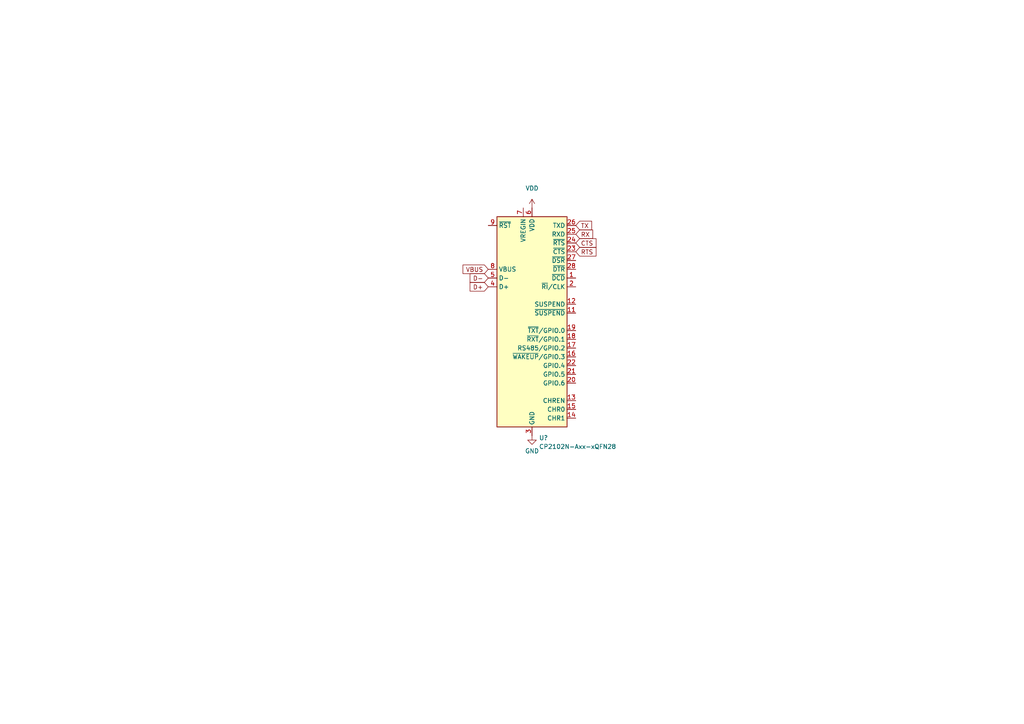
<source format=kicad_sch>
(kicad_sch (version 20211123) (generator eeschema)
  (paper "A4")
  (title_block (title "USB interface"))
  (lib_symbols
    (symbol "Interface_USB:CP2102N-Axx-xQFN28"
      (property "Reference" "U" (at -8.89 31.75 0))
      (property "Value" "CP2102N-Axx-xQFN28" (at 12.7 31.75 0))
      (symbol "CP2102N-Axx-xQFN28_0_1"
        (rectangle (start -10.16 30.48) (end 10.16 -30.48) (stroke (width 0.254)) (fill (type background)))
      )
      (symbol "CP2102N-Axx-xQFN28_1_1"
        (pin input line (at 12.7 12.7 180) (length 2.54) (name "~{DCD}") (number "1"))
        (pin no_connect line (at -10.16 -27.94 0) (length 2.54) hide (name "NC") (number "10"))
        (pin output line (at 12.7 2.54 180) (length 2.54) (name "~{SUSPEND}") (number "11"))
        (pin output line (at 12.7 5.08 180) (length 2.54) (name "SUSPEND") (number "12"))
        (pin output line (at 12.7 -22.86 180) (length 2.54) (name "CHREN") (number "13"))
        (pin output line (at 12.7 -27.94 180) (length 2.54) (name "CHR1") (number "14"))
        (pin output line (at 12.7 -25.4 180) (length 2.54) (name "CHR0") (number "15"))
        (pin bidirectional line (at 12.7 -10.16 180) (length 2.54) (name "~{WAKEUP}/GPIO.3") (number "16"))
        (pin bidirectional line (at 12.7 -7.62 180) (length 2.54) (name "RS485/GPIO.2") (number "17"))
        (pin bidirectional line (at 12.7 -5.08 180) (length 2.54) (name "~{RXT}/GPIO.1") (number "18"))
        (pin bidirectional line (at 12.7 -2.54 180) (length 2.54) (name "~{TXT}/GPIO.0") (number "19"))
        (pin bidirectional line (at 12.7 10.16 180) (length 2.54) (name "~{RI}/CLK") (number "2"))
        (pin bidirectional line (at 12.7 -17.78 180) (length 2.54) (name "GPIO.6") (number "20"))
        (pin bidirectional line (at 12.7 -15.24 180) (length 2.54) (name "GPIO.5") (number "21"))
        (pin bidirectional line (at 12.7 -12.7 180) (length 2.54) (name "GPIO.4") (number "22"))
        (pin input line (at 12.7 20.32 180) (length 2.54) (name "~{CTS}") (number "23"))
        (pin output line (at 12.7 22.86 180) (length 2.54) (name "~{RTS}") (number "24"))
        (pin input line (at 12.7 25.4 180) (length 2.54) (name "RXD") (number "25"))
        (pin output line (at 12.7 27.94 180) (length 2.54) (name "TXD") (number "26"))
        (pin input line (at 12.7 17.78 180) (length 2.54) (name "~{DSR}") (number "27"))
        (pin output line (at 12.7 15.24 180) (length 2.54) (name "~{DTR}") (number "28"))
        (pin passive line (at 0 -33.02 90) (length 2.54) hide (name "GND") (number "29"))
        (pin power_in line (at 0 -33.02 90) (length 2.54) (name "GND") (number "3"))
        (pin bidirectional line (at -12.7 10.16 0) (length 2.54) (name "D+") (number "4"))
        (pin bidirectional line (at -12.7 12.7 0) (length 2.54) (name "D-") (number "5"))
        (pin power_in line (at 0 33.02 270) (length 2.54) (name "VDD") (number "6"))
        (pin power_in line (at -2.54 33.02 270) (length 2.54) (name "VREGIN") (number "7"))
        (pin input line (at -12.7 15.24 0) (length 2.54) (name "VBUS") (number "8"))
        (pin input line (at -12.7 27.94 0) (length 2.54) (name "~{RST}") (number "9"))
      )
    )
    (symbol "power:GND" (power) (pin_names (offset 0))
      (property "Value" "GND" (at 0 -3.81 0))
      (symbol "GND_0_1"
        (polyline (pts (xy 0 0) (xy 0 -1.27) (xy 1.27 -1.27) (xy 0 -2.54) (xy -1.27 -1.27) (xy 0 -1.27)))
      )
      (symbol "GND_1_1"
        (pin power_in line (at 0 0 270) (length 0) hide (name "GND") (number "1"))
      )
    )
    (symbol "power:VDD" (power) (pin_names (offset 0))
      (property "Value" "VDD" (at 0 3.81 0))
      (symbol "VDD_0_1"
        (polyline (pts (xy -0.762 1.27) (xy 0 2.54)))
        (polyline (pts (xy 0 0) (xy 0 2.54)))
        (polyline (pts (xy 0 2.54) (xy 0.762 1.27)))
      )
      (symbol "VDD_1_1"
        (pin power_in line (at 0 0 90) (length 0) hide (name "VDD") (number "1"))
      )
    )
  )
  (global_label "RTS" (shape input) (at 167.005 73.025 0) (property "Intersheet References" "${INTERSHEET_REFS}" (effects hide)))
  (global_label "RX" (shape input) (at 167.005 67.945 0) (property "Intersheet References" "${INTERSHEET_REFS}" (effects hide)))
  (global_label "TX" (shape input) (at 167.005 65.405 0) (property "Intersheet References" "${INTERSHEET_REFS}" (effects hide)))
  (global_label "CTS" (shape input) (at 167.005 70.485 0) (property "Intersheet References" "${INTERSHEET_REFS}" (effects hide)))
  (global_label "D-" (shape input) (at 141.605 80.645 180) (property "Intersheet References" "${INTERSHEET_REFS}" (effects hide)))
  (global_label "D+" (shape input) (at 141.605 83.185 180) (property "Intersheet References" "${INTERSHEET_REFS}" (effects hide)))
  (global_label "VBUS" (shape input) (at 141.605 78.105 180) (property "Intersheet References" "${INTERSHEET_REFS}" (effects hide)))
  (symbol (lib_id "power:GND") (at 154.305 126.365 0) (unit 1)
    (property "Reference" "#PWR?" (effects hide))
    (property "Value" "GND" (at 154.305 130.81 0))
  )
  (symbol (lib_id "Interface_USB:CP2102N-Axx-xQFN28") (at 154.305 93.345 0) (unit 1)
    (property "Reference" "U?" (at 156.3244 127 0) (effects (justify left)))
    (property "Value" "CP2102N-Axx-xQFN28" (at 156.3244 129.54 0) (effects (justify left)))
    (property "Footprint" "Package_DFN_QFN:QFN-28-1EP_5x5mm_P0.5mm_EP3.35x3.35mm" (effects hide))
    (property "Datasheet" "https://www.silabs.com/documents/public/data-sheets/cp2102n-datasheet.pdf" (effects hide))
  )
  (symbol (lib_id "power:VDD") (at 154.305 60.325 0) (unit 1)
    (property "Reference" "#PWR?" (effects hide))
    (property "Value" "VDD" (at 154.305 54.61 0))
  )
)
</source>
